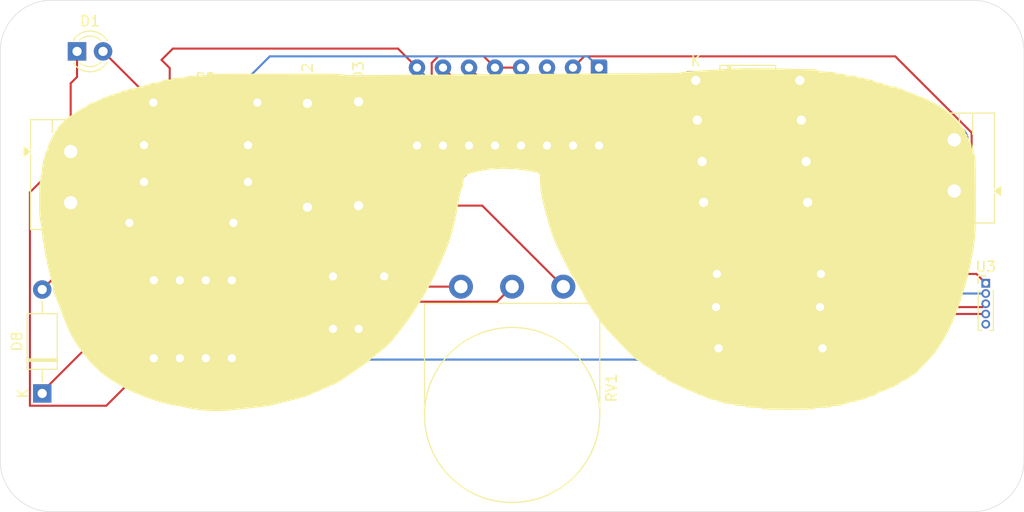
<source format=kicad_pcb>
(kicad_pcb (version 20241229) (generator "pcbnew") (generator_version "9.0")
  (layers (0 "F.Cu" signal) (2 "B.Cu" signal) (13 "F.Paste" user) (15 "B.Paste" user) (5 "F.SilkS" user "F.Silkscreen") (7 "B.SilkS" user "B.Silkscreen") (1 "F.Mask" user) (3 "B.Mask" user) (25 "Edge.Cuts" user))
  (net 0 "")
  (net 1 "Net-(U1-CV)")
  (net 2 "GND")
  (net 3 "Net-(U1-THR)")
  (net 4 "Net-(D1-A)")
  (net 5 "Net-(D2-A)")
  (net 6 "Net-(D2-K)")
  (net 7 "Net-(D3-K)")
  (net 8 "Net-(D4-K)")
  (net 9 "Net-(D6-K)")
  (net 10 "Net-(U1-Q)")
  (net 11 "Net-(U2-EN1,2)")
  (net 12 "Net-(U2-2A)")
  (net 13 "Net-(U2-1A)")
  (net 14 "Net-(U1-R)")
  (net 20 "+9V")
  (net 21 "VCC")
  (footprint "Capacitor_THT:C_Disc_D5.1mm_W3.2mm_P5.00mm" (layer "F.Cu") (at 67.5 72 180)
    (property "Reference" "C2" (at 7.21118 1.183229 0) (layer "F.SilkS"))
    (property "Value" "470p")
    (pad "1" thru_hole circle (at 0 0 180) (size 1.6 1.6) (drill 0.8) (layers "*.Cu" "*.Mask") (net 3 "Net-(U1-THR)"))
    (pad "2" thru_hole circle (at 5 0 180) (size 1.6 1.6) (drill 0.8) (layers "*.Cu" "*.Mask") (net 2 "GND"))
  )
  (footprint "Diode_THT:D_A-405_P10.16mm_Horizontal" (layer "F.Cu") (at 97.940739 52.838081)
    (property "Reference" "D6" (at -3.537034 0.450654 0) (layer "F.SilkS"))
    (property "Value" "4007")
    (fp_text user "K" (at 0 -1.9 0) (layer "F.SilkS"))
    (pad "1" thru_hole rect (at 0 0) (size 1.8 1.8) (drill 0.9) (layers "*.Cu" "*.Mask") (net 9 "Net-(D6-K)"))
    (pad "2" thru_hole oval (at 10.16 0) (size 1.8 1.8) (drill 0.9) (layers "*.Cu" "*.Mask") (net 2 "GND"))
  )
  (footprint "Package_DIP:DIP-8_W7.62mm_Socket_LongPads" (layer "F.Cu") (at 45 80 90)
    (property "Reference" "U1" (at 3.81 -2.33 90) (layer "F.SilkS"))
    (property "Value" "555")
    (pad "1" thru_hole roundrect (at 0 0 90) (size 2.4 1.6) (drill 0.8) (layers "*.Cu" "*.Mask") (roundrect_rratio 0.15625) (net 2 "GND"))
    (pad "2" thru_hole oval (at 0 2.54 90) (size 2.4 1.6) (drill 0.8) (layers "*.Cu" "*.Mask") (net 3 "Net-(U1-THR)"))
    (pad "3" thru_hole oval (at 0 5.08 90) (size 2.4 1.6) (drill 0.8) (layers "*.Cu" "*.Mask") (net 10 "Net-(U1-Q)"))
    (pad "4" thru_hole oval (at 0 7.62 90) (size 2.4 1.6) (drill 0.8) (layers "*.Cu" "*.Mask") (net 14 "Net-(U1-R)"))
    (pad "5" thru_hole oval (at 7.62 7.62 90) (size 2.4 1.6) (drill 0.8) (layers "*.Cu" "*.Mask") (net 1 "Net-(U1-CV)"))
    (pad "6" thru_hole oval (at 7.62 5.08 90) (size 2.4 1.6) (drill 0.8) (layers "*.Cu" "*.Mask") (net 3 "Net-(U1-THR)"))
    (pad "7" thru_hole oval (at 7.62 2.54 90) (size 2.4 1.6) (drill 0.8) (layers "*.Cu" "*.Mask") (net 6 "Net-(D2-K)"))
    (pad "8" thru_hole oval (at 7.62 0 90) (size 2.4 1.6) (drill 0.8) (layers "*.Cu" "*.Mask") (net 21 "VCC"))
  )
  (footprint "Diode_THT:D_A-405_P10.16mm_Horizontal" (layer "F.Cu") (at 108.247652 56.718072 180)
    (property "Reference" "D7" (at 14.12566 -0.299775 0) (layer "F.SilkS"))
    (property "Value" "4007")
    (fp_text user "K" (at 0 -1.9 0) (layer "F.SilkS"))
    (pad "1" thru_hole rect (at 0 0 180) (size 1.8 1.8) (drill 0.9) (layers "*.Cu" "*.Mask") (net 21 "VCC"))
    (pad "2" thru_hole oval (at 10.16 0 180) (size 1.8 1.8) (drill 0.9) (layers "*.Cu" "*.Mask") (net 9 "Net-(D6-K)"))
  )
  (footprint "Resistor_THT:R_Axial_DIN0207_L6.3mm_D2.5mm_P10.16mm_Horizontal" (layer "F.Cu") (at 99.92 75)
    (property "Reference" "R5" (at 13.001044 -0.096371 90) (layer "F.SilkS"))
    (property "Value" "470k")
    (pad "1" thru_hole circle (at 0 0) (size 1.6 1.6) (drill 0.8) (layers "*.Cu" "*.Mask") (net 2 "GND"))
    (pad "2" thru_hole oval (at 10.16 0) (size 1.6 1.6) (drill 0.8) (layers "*.Cu" "*.Mask") (net 12 "Net-(U2-2A)"))
  )
  (footprint "LED_THT:LED_D3.0mm_Clear" (layer "F.Cu") (at 37.5 50)
    (property "Reference" "D1" (at 1.27 -2.96 0) (layer "F.SilkS"))
    (property "Value" "LED")
    (pad "1" thru_hole rect (at 0 0) (size 1.8 1.8) (drill 0.9) (layers "*.Cu" "*.Mask") (net 2 "GND"))
    (pad "2" thru_hole circle (at 2.54 0) (size 1.8 1.8) (drill 0.9) (layers "*.Cu" "*.Mask") (net 4 "Net-(D1-A)"))
  )
  (footprint "Capacitor_THT:C_Disc_D5.0mm_W2.5mm_P2.50mm" (layer "F.Cu") (at 62.5 77.133326)
    (property "Reference" "C1" (at -2.673728 -0.951223 0) (layer "F.SilkS"))
    (property "Value" "100n")
    (pad "1" thru_hole circle (at 0 0) (size 1.6 1.6) (drill 0.8) (layers "*.Cu" "*.Mask") (net 1 "Net-(U1-CV)"))
    (pad "2" thru_hole circle (at 2.5 0) (size 1.6 1.6) (drill 0.8) (layers "*.Cu" "*.Mask") (net 2 "GND"))
  )
  (footprint "TerminalBlock:TerminalBlock_MaiXu_MX126-5.0-02P_1x02_P5.00mm" (layer "F.Cu") (at 123.185667 63.652775 90)
    (property "Reference" "M1" (at 2.25 -5.12 90) (layer "F.SilkS"))
    (property "Value" "Motorreductor")
    (pad "1" thru_hole roundrect (at 0 0 90) (size 2.8 2.8) (drill 1.3) (layers "*.Cu" "*.Mask") (roundrect_rratio 0.089286) (net 8 "Net-(D4-K)"))
    (pad "2" thru_hole circle (at 5 0 90) (size 2.8 2.8) (drill 1.3) (layers "*.Cu" "*.Mask") (net 9 "Net-(D6-K)"))
  )
  (footprint "Connector_PinHeader_1.00mm:PinHeader_1x05_P1.00mm_Vertical" (layer "F.Cu") (at 126.263446 72.673984)
    (property "Reference" "U3" (at 0 -1.61 0) (layer "F.SilkS"))
    (property "Value" "mst303")
    (pad "1" thru_hole rect (at 0 0) (size 0.85 0.85) (drill 0.5) (layers "*.Cu" "*.Mask") (net 13 "Net-(U2-1A)"))
    (pad "2" thru_hole circle (at 0 1) (size 0.85 0.85) (drill 0.5) (layers "*.Cu" "*.Mask") (net 21 "VCC"))
    (pad "3" thru_hole circle (at 0 2) (size 0.85 0.85) (drill 0.5) (layers "*.Cu" "*.Mask") (net 12 "Net-(U2-2A)"))
    (pad "4" thru_hole circle (at 0 3) (size 0.85 0.85) (drill 0.5) (layers "*.Cu" "*.Mask") (net 14 "Net-(U1-R)"))
    (pad "5" thru_hole circle (at 0 4) (size 0.85 0.85) (drill 0.5) (layers "*.Cu" "*.Mask") (net 21 "VCC"))
  )
  (footprint "Resistor_THT:R_Axial_DIN0207_L6.3mm_D2.5mm_P10.16mm_Horizontal" (layer "F.Cu") (at 42.619919 66.767498)
    (property "Reference" "R4" (at 12.08 -1 0) (layer "F.SilkS"))
    (property "Value" "100k")
    (pad "1" thru_hole circle (at 0 0) (size 1.6 1.6) (drill 0.8) (layers "*.Cu" "*.Mask") (net 11 "Net-(U2-EN1,2)"))
    (pad "2" thru_hole oval (at 10.16 0) (size 1.6 1.6) (drill 0.8) (layers "*.Cu" "*.Mask") (net 2 "GND"))
  )
  (footprint "Resistor_THT:R_Axial_DIN0207_L6.3mm_D2.5mm_P10.16mm_Horizontal" (layer "F.Cu") (at 44.956377 55)
    (property "Reference" "R2" (at 5.08 -2.37 0) (layer "F.SilkS"))
    (property "Value" "10k")
    (pad "1" thru_hole circle (at 0 0) (size 1.6 1.6) (drill 0.8) (layers "*.Cu" "*.Mask") (net 21 "VCC"))
    (pad "2" thru_hole oval (at 10.16 0) (size 1.6 1.6) (drill 0.8) (layers "*.Cu" "*.Mask") (net 6 "Net-(D2-K)"))
  )
  (footprint "Diode_THT:D_A-405_P10.16mm_Horizontal" (layer "F.Cu") (at 60 55.08 -90)
    (property "Reference" "D2" (at -3 0 90) (layer "F.SilkS"))
    (property "Value" "4007" (hide yes))
    (fp_text user "K" (at 0 -1.9 90) (layer "F.SilkS"))
    (pad "1" thru_hole rect (at 0 0 270) (size 1.8 1.8) (drill 0.9) (layers "*.Cu" "*.Mask") (net 6 "Net-(D2-K)"))
    (pad "2" thru_hole oval (at 10.16 0 270) (size 1.8 1.8) (drill 0.9) (layers "*.Cu" "*.Mask") (net 5 "Net-(D2-A)"))
  )
  (footprint "Package_DIP:DIP-16_W7.62mm" (layer "F.Cu") (at 88.487679 51.58666 -90)
    (property "Reference" "U2" (at 3.81 -2.33 90) (layer "F.SilkS"))
    (property "Value" "L293D")
    (pad "1" thru_hole roundrect (at 0 0 270) (size 1.6 1.6) (drill 0.8) (layers "*.Cu" "*.Mask") (roundrect_rratio 0.15625) (net 11 "Net-(U2-EN1,2)"))
    (pad "2" thru_hole circle (at 0 2.54 270) (size 1.6 1.6) (drill 0.8) (layers "*.Cu" "*.Mask") (net 13 "Net-(U2-1A)"))
    (pad "3" thru_hole circle (at 0 5.08 270) (size 1.6 1.6) (drill 0.8) (layers "*.Cu" "*.Mask") (net 8 "Net-(D4-K)"))
    (pad "4" thru_hole circle (at 0 7.62 270) (size 1.6 1.6) (drill 0.8) (layers "*.Cu" "*.Mask") (net 2 "GND"))
    (pad "5" thru_hole circle (at 0 10.16 270) (size 1.6 1.6) (drill 0.8) (layers "*.Cu" "*.Mask") (net 2 "GND"))
    (pad "6" thru_hole circle (at 0 12.7 270) (size 1.6 1.6) (drill 0.8) (layers "*.Cu" "*.Mask") (net 9 "Net-(D6-K)"))
    (pad "7" thru_hole circle (at 0 15.24 270) (size 1.6 1.6) (drill 0.8) (layers "*.Cu" "*.Mask") (net 12 "Net-(U2-2A)"))
    (pad "8" thru_hole circle (at 0 17.78 270) (size 1.6 1.6) (drill 0.8) (layers "*.Cu" "*.Mask") (net 21 "VCC"))
    (pad "9" thru_hole circle (at 7.62 17.78 270) (size 1.6 1.6) (drill 0.8) (layers "*.Cu" "*.Mask"))
    (pad "10" thru_hole circle (at 7.62 15.24 270) (size 1.6 1.6) (drill 0.8) (layers "*.Cu" "*.Mask"))
    (pad "11" thru_hole circle (at 7.62 12.7 270) (size 1.6 1.6) (drill 0.8) (layers "*.Cu" "*.Mask"))
    (pad "12" thru_hole circle (at 7.62 10.16 270) (size 1.6 1.6) (drill 0.8) (layers "*.Cu" "*.Mask") (net 2 "GND"))
    (pad "13" thru_hole circle (at 7.62 7.62 270) (size 1.6 1.6) (drill 0.8) (layers "*.Cu" "*.Mask") (net 2 "GND"))
    (pad "14" thru_hole circle (at 7.62 5.08 270) (size 1.6 1.6) (drill 0.8) (layers "*.Cu" "*.Mask"))
    (pad "15" thru_hole circle (at 7.62 2.54 270) (size 1.6 1.6) (drill 0.8) (layers "*.Cu" "*.Mask"))
    (pad "16" thru_hole circle (at 7.62 0 270) (size 1.6 1.6) (drill 0.8) (layers "*.Cu" "*.Mask") (net 21 "VCC"))
  )
  (footprint "Diode_THT:D_A-405_P10.16mm_Horizontal" (layer "F.Cu") (at 34.098243 83.445141 90)
    (property "Reference" "D8" (at 5.08 -2.47 90) (layer "F.SilkS"))
    (property "Value" "4007")
    (fp_text user "K" (at 0 -1.9 90) (layer "F.SilkS"))
    (pad "1" thru_hole rect (at 0 0 90) (size 1.8 1.8) (drill 0.9) (layers "*.Cu" "*.Mask") (net 21 "VCC"))
    (pad "2" thru_hole oval (at 10.16 0 90) (size 1.8 1.8) (drill 0.9) (layers "*.Cu" "*.Mask") (net 20 "+9V"))
  )
  (footprint "Diode_THT:D_A-405_P10.16mm_Horizontal" (layer "F.Cu") (at 98.704686 64.767418)
    (property "Reference" "D4" (at -3.704686 0.232582 0) (layer "F.SilkS"))
    (property "Value" "4007")
    (fp_text user "K" (at 0 -1.9 0) (layer "F.SilkS"))
    (pad "1" thru_hole rect (at 0 0) (size 1.8 1.8) (drill 0.9) (layers "*.Cu" "*.Mask") (net 8 "Net-(D4-K)"))
    (pad "2" thru_hole oval (at 10.16 0) (size 1.8 1.8) (drill 0.9) (layers "*.Cu" "*.Mask") (net 2 "GND"))
  )
  (footprint "Resistor_THT:R_Axial_DIN0207_L6.3mm_D2.5mm_P10.16mm_Horizontal" (layer "F.Cu") (at 100 71.760568)
    (property "Reference" "R6" (at 13.265488 0.30507 90) (layer "F.SilkS"))
    (property "Value" "470k")
    (pad "1" thru_hole circle (at 0 0) (size 1.6 1.6) (drill 0.8) (layers "*.Cu" "*.Mask") (net 2 "GND"))
    (pad "2" thru_hole oval (at 10.16 0) (size 1.6 1.6) (drill 0.8) (layers "*.Cu" "*.Mask") (net 13 "Net-(U2-1A)"))
  )
  (footprint "Resistor_THT:R_Axial_DIN0207_L6.3mm_D2.5mm_P10.16mm_Horizontal" (layer "F.Cu") (at 54.203208 59.171328 180)
    (property "Reference" "R1" (at 12.16 -1 0) (layer "F.SilkS"))
    (property "Value" "1k")
    (pad "1" thru_hole circle (at 0 0 180) (size 1.6 1.6) (drill 0.8) (layers "*.Cu" "*.Mask") (net 10 "Net-(U1-Q)"))
    (pad "2" thru_hole oval (at 10.16 0 180) (size 1.6 1.6) (drill 0.8) (layers "*.Cu" "*.Mask") (net 4 "Net-(D1-A)"))
  )
  (footprint "Resistor_THT:R_Axial_DIN0207_L6.3mm_D2.5mm_P10.16mm_Horizontal" (layer "F.Cu") (at 100.160018 79.032762)
    (property "Reference" "R7" (at -3.156105 -0.251262 90) (layer "F.SilkS"))
    (property "Value" "100k")
    (pad "1" thru_hole circle (at 0 0) (size 1.6 1.6) (drill 0.8) (layers "*.Cu" "*.Mask") (net 2 "GND"))
    (pad "2" thru_hole oval (at 10.16 0) (size 1.6 1.6) (drill 0.8) (layers "*.Cu" "*.Mask") (net 14 "Net-(U1-R)"))
  )
  (footprint "Diode_THT:D_A-405_P10.16mm_Horizontal" (layer "F.Cu") (at 108.724153 60.771384 180)
    (property "Reference" "D5" (at 13.944686 -0.232582 0) (layer "F.SilkS"))
    (property "Value" "4007")
    (fp_text user "K" (at 0 -1.9 0) (layer "F.SilkS"))
    (pad "1" thru_hole rect (at 0 0 180) (size 1.8 1.8) (drill 0.9) (layers "*.Cu" "*.Mask") (net 21 "VCC"))
    (pad "2" thru_hole oval (at 10.16 0 180) (size 1.8 1.8) (drill 0.9) (layers "*.Cu" "*.Mask") (net 8 "Net-(D4-K)"))
  )
  (footprint "TerminalBlock:TerminalBlock_MaiXu_MX126-5.0-02P_1x02_P5.00mm" (layer "F.Cu") (at 36.879044 59.794835 -90)
    (property "Reference" "J1" (at 2.25 -5.12 90) (layer "F.SilkS"))
    (property "Value" "Batería 9v")
    (pad "1" thru_hole roundrect (at 0 0 270) (size 2.8 2.8) (drill 1.3) (layers "*.Cu" "*.Mask") (roundrect_rratio 0.089286) (net 2 "GND"))
    (pad "2" thru_hole circle (at 5 0 270) (size 2.8 2.8) (drill 1.3) (layers "*.Cu" "*.Mask") (net 20 "+9V"))
  )
  (footprint "Resistor_THT:R_Axial_DIN0207_L6.3mm_D2.5mm_P10.16mm_Horizontal" (layer "F.Cu") (at 54.203208 62.767498 180)
    (property "Reference" "R3" (at 12.16 -1.1 0) (layer "F.SilkS"))
    (property "Value" "1k")
    (pad "1" thru_hole circle (at 0 0 180) (size 1.6 1.6) (drill 0.8) (layers "*.Cu" "*.Mask") (net 10 "Net-(U1-Q)"))
    (pad "2" thru_hole oval (at 10.16 0 180) (size 1.6 1.6) (drill 0.8) (layers "*.Cu" "*.Mask") (net 11 "Net-(U2-EN1,2)"))
  )
  (footprint "Potentiometer_THT:Potentiometer_Omeg_PC16BU_Vertical" (layer "F.Cu") (at 75 73 -90)
    (property "Reference" "RV1" (at 9.915 -14.7 270) (layer "F.SilkS"))
    (property "Value" "500k")
    (pad "1" thru_hole circle (at 0 0 270) (size 2.34 2.34) (drill 1.3) (layers "*.Cu" "*.Mask") (net 5 "Net-(D2-A)"))
    (pad "2" thru_hole circle (at 0 -5 270) (size 2.34 2.34) (drill 1.3) (layers "*.Cu" "*.Mask") (net 3 "Net-(U1-THR)"))
    (pad "3" thru_hole circle (at 0 -10 270) (size 2.34 2.34) (drill 1.3) (layers "*.Cu" "*.Mask") (net 7 "Net-(D3-K)"))
  )
  (footprint "Diode_THT:D_A-405_P10.16mm_Horizontal" (layer "F.Cu") (at 65 65.08 90)
    (property "Reference" "D3" (at 13.16 0 90) (layer "F.SilkS"))
    (property "Value" "4007")
    (fp_text user "K" (at 0 -1.9 90) (layer "F.SilkS"))
    (pad "1" thru_hole rect (at 0 0 90) (size 1.8 1.8) (drill 0.9) (layers "*.Cu" "*.Mask") (net 7 "Net-(D3-K)"))
    (pad "2" thru_hole oval (at 10.16 0 90) (size 1.8 1.8) (drill 0.9) (layers "*.Cu" "*.Mask") (net 6 "Net-(D2-K)"))
  )
  (gr_poly (pts (xy 106.112003 51.714905) (xy 109.629858 51.797187) (xy 109.889175 51.946038) (xy 109.93871 51.978424) (xy 110.148611 52.003611) (xy 110.406013 52.021603) (xy 110.701676 52.027598) (xy 110.998061 52.034558) (xy 111.257502 52.056026) (xy 111.466925 52.086132) (xy 111.523536 52.124274) (xy 111.571634 52.161819) (xy 111.690258 52.192522) (xy 111.840429 52.213873) (xy 112.007031 52.220949) (xy 112.173633 52.228028) (xy 112.323804 52.249377) (xy 112.442433 52.280082) (xy 112.490531 52.317625) (xy 112.541747 52.355406) (xy 112.685552 52.385992) (xy 112.866914 52.407343) (xy 113.070579 52.4143) (xy 113.274363 52.421379) (xy 113.45572 52.442725) (xy 113.599531 52.473194) (xy 113.650747 52.510973) (xy 113.697049 52.548519) (xy 113.80332 52.579343) (xy 113.937777 52.600694) (xy 114.08591 52.607771) (xy 114.234042 52.61485) (xy 114.368494 52.636077) (xy 114.47477 52.666904) (xy 114.521068 52.704446) (xy 114.564849 52.741748) (xy 114.657439 52.772694) (xy 114.774392 52.794046) (xy 114.901648 52.801122) (xy 115.033351 52.811799) (xy 115.163611 52.843702) (xy 115.274084 52.89048) (xy 115.342928 52.946137) (xy 115.411773 53.001788) (xy 115.522127 53.048568) (xy 115.652506 53.080472) (xy 115.784203 53.091146) (xy 115.911345 53.098342) (xy 116.028287 53.119574) (xy 116.121007 53.150517) (xy 116.164783 53.187822) (xy 116.203771 53.225004) (xy 116.274655 53.256192) (xy 116.362337 53.277421) (xy 116.454813 53.284617) (xy 116.547408 53.291693) (xy 116.63509 53.312922) (xy 116.705979 53.34411) (xy 116.744961 53.381292) (xy 116.791373 53.418716) (xy 116.899086 53.44954) (xy 117.035468 53.470891) (xy 117.185754 53.477968) (xy 117.331847 53.484927) (xy 117.454906 53.506395) (xy 117.542708 53.53722) (xy 117.566822 53.574643) (xy 117.584326 53.611704) (xy 117.636984 53.642891) (xy 117.714233 53.664242) (xy 117.805625 53.671319) (xy 117.92113 53.684631) (xy 118.075379 53.728171) (xy 118.239351 53.790663) (xy 118.388682 53.864667) (xy 118.530688 53.938796) (xy 118.672704 54.001285) (xy 118.79708 54.046265) (xy 118.872171 54.05814) (xy 118.947252 54.070013) (xy 119.071639 54.114874) (xy 119.213655 54.177485) (xy 119.355671 54.251489) (xy 119.495757 54.325496) (xy 119.632139 54.388107) (xy 119.749564 54.433805) (xy 119.813376 54.44484) (xy 120.039344 54.496658) (xy 120.869848 54.905668) (xy 121.669753 55.318036) (xy 121.949468 55.517143) (xy 122.032829 55.58779) (xy 122.119074 55.647641) (xy 122.196914 55.690222) (xy 122.248369 55.701859) (xy 122.405855 55.765909) (xy 123.10117 56.451992) (xy 123.787738 57.146947) (xy 123.851789 57.304195) (xy 123.8645 57.357449) (xy 123.908639 57.432055) (xy 123.971248 57.512417) (xy 124.045249 57.587384) (xy 124.119261 57.66751) (xy 124.181745 57.763342) (xy 124.224816 57.859896) (xy 124.238606 57.94074) (xy 124.245682 58.008988) (xy 124.267026 58.0668) (xy 124.29834 58.105544) (xy 124.335279 58.11922) (xy 124.372228 58.13385) (xy 124.403532 58.175951) (xy 124.424886 58.238562) (xy 124.431952 58.312568) (xy 124.439153 58.386575) (xy 124.460382 58.449186) (xy 124.491697 58.491284) (xy 124.528635 58.50592) (xy 124.565573 58.520555) (xy 124.597002 58.562772) (xy 124.618232 58.625383) (xy 124.625308 58.69939) (xy 124.632499 58.773394) (xy 124.653728 58.835889) (xy 124.685157 58.878106) (xy 124.722105 58.892741) (xy 124.759168 58.91265) (xy 124.790348 58.976221) (xy 124.811702 59.068098) (xy 124.818778 59.177128) (xy 124.825855 59.290356) (xy 124.847209 59.395426) (xy 124.87815 59.479267) (xy 124.915451 59.521248) (xy 124.952629 59.55939) (xy 124.983705 59.627039) (xy 125.004934 59.710399) (xy 125.012135 59.797721) (xy 125.020882 59.889359) (xy 125.047029 59.985674) (xy 125.08541 60.072033) (xy 125.130992 60.133324) (xy 125.194679 60.27726) (xy 125.224666 61.066254) (xy 125.245542 62.214963) (xy 125.251892 64.141149) (xy 125.246985 66.483904) (xy 125.220588 67.619176) (xy 125.158945 68.414889) (xy 125.039226 69.238788) (xy 124.746811 70.815817) (xy 124.524557 71.819153) (xy 124.240048 72.846598) (xy 123.70941 74.556886) (xy 123.367574 75.528316) (xy 122.939243 76.554915) (xy 122.4849 77.504758) (xy 122.066769 78.231139) (xy 121.898014 78.494175) (xy 121.726011 78.764531) (xy 121.573806 79.005866) (xy 121.475566 79.164427) (xy 121.133719 79.622614) (xy 120.27408 80.554584) (xy 119.334795 81.542569) (xy 119.163996 81.615372) (xy 119.108339 81.625572) (xy 119.04213 81.657478) (xy 118.976647 81.703656) (xy 118.922194 81.758467) (xy 118.778134 81.88741) (xy 118.526247 82.037213) (xy 118.265976 82.162435) (xy 118.105127 82.19554) (xy 118.053797 82.208743) (xy 117.987339 82.252395) (xy 117.918256 82.314884) (xy 117.856965 82.388891) (xy 117.79087 82.462898) (xy 117.707873 82.525512) (xy 117.621513 82.568333) (xy 117.545468 82.582367) (xy 117.479622 82.589438) (xy 117.423965 82.610667) (xy 117.386664 82.642096) (xy 117.373465 82.67904) (xy 117.36255 82.715864) (xy 117.331723 82.747293) (xy 117.285674 82.768522) (xy 117.231335 82.775718) (xy 117.155041 82.787593) (xy 117.029834 82.832573) (xy 116.887216 82.895062) (xy 116.744961 82.969069) (xy 116.603786 83.043076) (xy 116.464405 83.105684) (xy 116.343385 83.150903) (xy 116.273456 83.162534) (xy 116.112852 83.193839) (xy 115.844653 83.314745) (xy 115.586893 83.454722) (xy 115.484104 83.555358) (xy 115.449557 83.590139) (xy 115.390424 83.61928) (xy 115.318218 83.639196) (xy 115.243495 83.645915) (xy 115.149458 83.658625) (xy 115.011878 83.70277) (xy 114.859792 83.765259) (xy 114.714419 83.839266) (xy 114.558126 83.913387) (xy 114.372697 83.975881) (xy 114.187978 84.018822) (xy 114.034569 84.032731) (xy 113.906115 84.039688) (xy 113.797686 84.061161) (xy 113.721516 84.092102) (xy 113.699088 84.129409) (xy 113.675099 84.16683) (xy 113.587183 84.197657) (xy 113.464119 84.21913) (xy 113.318025 84.226082) (xy 113.167734 84.233164) (xy 113.031353 84.254512) (xy 112.923769 84.285339) (xy 112.877228 84.32276) (xy 112.838245 84.359943) (xy 112.767357 84.391122) (xy 112.679685 84.412352) (xy 112.587209 84.419433) (xy 112.494603 84.426629) (xy 112.406926 84.447858) (xy 112.336038 84.479048) (xy 112.29706 84.516231) (xy 112.245845 84.55401) (xy 112.102028 84.584474) (xy 111.920677 84.605827) (xy 111.717012 84.612899) (xy 111.513218 84.619861) (xy 111.331866 84.641209) (xy 111.18805 84.671798) (xy 111.136834 84.709582) (xy 111.080104 84.747719) (xy 110.87068 84.777825) (xy 110.611244 84.799179) (xy 110.31486 84.80625) (xy 110.018594 84.813212) (xy 109.759159 84.83468) (xy 109.54973 84.864791) (xy 109.492994 84.902928) (xy 109.41851 84.946834) (xy 108.782925 84.973936) (xy 107.984213 84.993603) (xy 106.924987 84.999601) (xy 105.848121 84.993847) (xy 105.067889 84.974538) (xy 104.459644 84.948027) (xy 104.416708 84.902928) (xy 104.383848 84.862986) (xy 104.200572 84.833487) (xy 103.955522 84.812854) (xy 103.648819 84.80625) (xy 103.350286 84.799179) (xy 103.08904 84.777825) (xy 102.87806 84.747719) (xy 102.82121 84.709582) (xy 102.769994 84.671798) (xy 102.626173 84.641209) (xy 102.444822 84.619861) (xy 102.241157 84.612899) (xy 102.037367 84.605827) (xy 101.856016 84.584474) (xy 101.7122 84.55401) (xy 101.660984 84.516231) (xy 101.611205 84.478447) (xy 101.480105 84.447858) (xy 101.314349 84.426515) (xy 101.129153 84.419433) (xy 100.943957 84.412476) (xy 100.778191 84.391122) (xy 100.64709 84.36042) (xy 100.597317 84.32276) (xy 100.558334 84.285578) (xy 100.487445 84.254512) (xy 100.399774 84.233278) (xy 100.307298 84.226082) (xy 100.214692 84.218886) (xy 100.12701 84.197657) (xy 100.056132 84.166597) (xy 100.017149 84.129409) (xy 99.976123 84.092102) (xy 99.89672 84.061161) (xy 99.797531 84.039813) (xy 99.691255 84.032731) (xy 99.559558 84.01834) (xy 99.377128 83.970242) (xy 99.179699 83.901397) (xy 98.995935 83.819951) (xy 98.825977 83.740066) (xy 98.670534 83.675777) (xy 98.54003 83.62924) (xy 98.490853 83.627803) (xy 98.441676 83.625163) (xy 98.309378 83.570948) (xy 98.151891 83.496942) (xy 97.979769 83.405425) (xy 97.803933 83.312348) (xy 97.635411 83.233781) (xy 97.491476 83.175727) (xy 97.418548 83.162534) (xy 97.334352 83.145139) (xy 97.050559 83.020399) (xy 96.715794 82.864235) (xy 96.342891 82.67904) (xy 95.971302 82.493725) (xy 95.640972 82.337561) (xy 95.359705 82.210891) (xy 95.287016 82.19554) (xy 95.237839 82.182233) (xy 95.176429 82.13869) (xy 95.114059 82.076195) (xy 95.059959 82.002194) (xy 94.999514 81.928187) (xy 94.918067 81.865579) (xy 94.829192 81.823001) (xy 94.746667 81.808724) (xy 94.672899 81.801647) (xy 94.610653 81.780413) (xy 94.568672 81.748994) (xy 94.554042 81.712045) (xy 94.539163 81.675107) (xy 94.496346 81.643802) (xy 94.432773 81.622568) (xy 94.357687 81.615372) (xy 94.278529 81.604815) (xy 94.20296 81.573874) (xy 94.142391 81.528053) (xy 94.107003 81.474083) (xy 94.07366 81.415905) (xy 94.018008 81.35809) (xy 93.950238 81.309276) (xy 93.88007 81.277847) (xy 93.795148 81.240909) (xy 93.676644 81.16906) (xy 93.548781 81.079702) (xy 93.429794 80.984222) (xy 93.315856 80.892831) (xy 93.203463 80.815582) (xy 93.105229 80.759095) (xy 93.049214 80.745295) (xy 92.993562 80.728984) (xy 92.895089 80.660015) (xy 92.782458 80.566221) (xy 92.668634 80.455032) (xy 92.55456 80.343968) (xy 92.441815 80.250164) (xy 92.342864 80.181438) (xy 92.28673 80.165008) (xy 92.091101 80.083323) (xy 90.669997 78.638468) (xy 89.384912 77.302172) (xy 88.780994 76.584305) (xy 88.264031 75.863559) (xy 87.734955 75.067488) (xy 87.279284 74.333668) (xy 87.036522 73.867081) (xy 86.928929 73.649984) (xy 86.745538 73.324334) (xy 86.529874 72.962098) (xy 86.309898 72.612345) (xy 86.079603 72.244952) (xy 85.832639 71.828746) (xy 85.605701 71.427891) (xy 85.441138 71.113639) (xy 85.279574 70.790624) (xy 85.060796 70.359067) (xy 84.826061 69.899442) (xy 84.610162 69.480476) (xy 84.256087 68.729022) (xy 83.94831 67.93127) (xy 83.634177 66.941609) (xy 83.252274 65.56453) (xy 83.007105 64.589738) (xy 82.860654 63.863477) (xy 82.783409 63.240363) (xy 82.75762 62.604181) (xy 82.739628 62.089138) (xy 82.649793 61.914858) (xy 82.442528 61.815789) (xy 81.602556 61.651703) (xy 80.338342 61.484619) (xy 79.00756 61.4394) (xy 77.727274 61.514486) (xy 76.617667 61.709995) (xy 75.834312 61.925535) (xy 75.460325 62.106415) (xy 75.279208 62.337903) (xy 75.215634 62.683464) (xy 75.205564 62.847067) (xy 75.175334 63.027345) (xy 75.131199 63.196707) (xy 75.078536 63.325166) (xy 75.018688 63.465621) (xy 74.950559 63.681643) (xy 74.886031 63.92633) (xy 74.835292 64.166456) (xy 74.560977 65.628218) (xy 74.378064 66.523125) (xy 74.209304 67.233314) (xy 74 68) (xy 73.751117 68.785156) (xy 73.467204 69.538405) (xy 73.06839 70.461623) (xy 72.426211 71.849498) (xy 71.757038 73.149577) (xy 70.885762 74.623572) (xy 69.944319 76.064344) (xy 69.058768 77.264269) (xy 68.379404 78.109402) (xy 68.002296 78.535559) (xy 67.631431 78.883404) (xy 67.037582 79.369051) (xy 66.698501 79.640487) (xy 66.31192 79.956181) (xy 65.938655 80.265997) (xy 65.643111 80.51692) (xy 63.011288 82.334438) (xy 59.841518 83.720637) (xy 56.199045 84.649007) (xy 52.154518 85.097239) (xy 51.01109 85.126385) (xy 50.042418 85.091117) (xy 49.129402 84.984732) (xy 48.15917 84.797861) (xy 47.929596 84.74928) (xy 47.598189 84.685712) (xy 47.2326 84.619503) (xy 46.88476 84.560251) (xy 45.633262 84.269744) (xy 44.12316 83.755303) (xy 42.661157 83.141305) (xy 41.564325 82.539664) (xy 41.269874 82.350873) (xy 40.982846 82.167955) (xy 40.736432 82.011792) (xy 40.599792 81.926626) (xy 40.006104 81.501781) (xy 39.352418 80.913702) (xy 38.694656 80.220177) (xy 38.086033 79.472209) (xy 37.459959 78.579341) (xy 36.958027 77.726295) (xy 36.52865 76.817957) (xy 36.122003 75.756686) (xy 35.9717 75.33952) (xy 35.796917 74.88169) (xy 35.624929 74.452291) (xy 35.48595 74.130122) (xy 35.370743 73.860124) (xy 35.273431 73.597445) (xy 35.202436 73.371711) (xy 35.185033 73.248408) (xy 35.171515 73.109391) (xy 35.099477 72.757718) (xy 35.00532 72.33899) (xy 34.893784 71.88392) (xy 34.637018 70.800943) (xy 34.412363 69.69985) (xy 34.233358 68.653817) (xy 34.115224 67.740082) (xy 34.073412 67.37713) (xy 34.022795 67.006381) (xy 33.971135 66.677613) (xy 33.927931 66.46447) (xy 33.850087 65.865351) (xy 33.833979 64.52809) (xy 33.849703 63.181713) (xy 33.92979 62.663075) (xy 33.973894 62.475602) (xy 34.027629 62.155706) (xy 34.080488 61.78532) (xy 34.124604 61.410129) (xy 34.168456 61.052578) (xy 34.220656 60.735805) (xy 34.274535 60.475404) (xy 34.316239 60.399722) (xy 34.35281 60.348262) (xy 34.383516 60.270541) (xy 34.404471 60.181422) (xy 34.411499 60.093864) (xy 34.422498 60.004143) (xy 34.455387 59.908788) (xy 34.503712 59.82219) (xy 34.560938 59.759337) (xy 34.614421 59.702366) (xy 34.652108 59.634234) (xy 34.669068 59.565748) (xy 34.661463 59.507816) (xy 34.666609 59.335336) (xy 34.975082 58.677318) (xy 35.294878 58.053488) (xy 35.517639 57.738873) (xy 35.57538 57.668225) (xy 35.624186 57.593741) (xy 35.658669 57.525854) (xy 35.668493 57.479074) (xy 35.717551 57.356254) (xy 36.08759 56.976986) (xy 36.460594 56.622311) (xy 36.708183 56.441077) (xy 36.80854 56.380025) (xy 36.966904 56.27855) (xy 37.146077 56.161366) (xy 37.32261 56.04334) (xy 37.514906 55.917995) (xy 37.742488 55.778623) (xy 37.968667 55.646682) (xy 38.155505 55.545329) (xy 38.323103 55.453333) (xy 38.489202 55.351021) (xy 38.631936 55.253385) (xy 38.718392 55.179737) (xy 38.790622 55.120607) (xy 38.879585 55.07047) (xy 38.970923 55.036164) (xy 39.04981 55.025013) (xy 39.149999 55.008577) (xy 39.336562 54.939849) (xy 39.553842 54.846056) (xy 39.777909 54.734986) (xy 40.002086 54.623919) (xy 40.219617 54.53012) (xy 40.406502 54.461392) (xy 40.507219 54.44484) (xy 40.579689 54.437764) (xy 40.650384 54.416412) (xy 40.709122 54.385228) (xy 40.744841 54.348165) (xy 40.783823 54.310982) (xy 40.854698 54.279917) (xy 40.942366 54.258687) (xy 41.034916 54.251489) (xy 41.127452 54.244293) (xy 41.215131 54.223064) (xy 41.286006 54.191998) (xy 41.324988 54.154816) (xy 41.363983 54.117634) (xy 41.434846 54.086565) (xy 41.522526 54.065214) (xy 41.615062 54.05814) (xy 41.707599 54.050942) (xy 41.795279 54.029713) (xy 41.866166 53.998525) (xy 41.905147 53.961465) (xy 41.947129 53.924161) (xy 42.03085 53.893095) (xy 42.13604 53.871866) (xy 42.249268 53.864667) (xy 42.358178 53.857713) (xy 42.450055 53.836362) (xy 42.513626 53.805177) (xy 42.533657 53.767994) (xy 42.557765 53.730568) (xy 42.645565 53.699744) (xy 42.768628 53.678393) (xy 42.91472 53.671319) (xy 43.06501 53.664242) (xy 43.201387 53.642891) (xy 43.309097 53.612184) (xy 43.355516 53.574643) (xy 43.399655 53.53722) (xy 43.493812 53.506395) (xy 43.612676 53.485044) (xy 43.742336 53.477968) (xy 43.871876 53.470891) (xy 43.990861 53.44954) (xy 44.085018 53.418596) (xy 44.129037 53.381292) (xy 44.16802 53.34411) (xy 44.238907 53.312922) (xy 44.326586 53.291693) (xy 44.419183 53.284617) (xy 44.51166 53.277421) (xy 44.59934 53.256192) (xy 44.670227 53.225004) (xy 44.709208 53.187822) (xy 44.757786 53.150281) (xy 44.879649 53.119574) (xy 45.033779 53.098225) (xy 45.205298 53.091146) (xy 45.391212 53.081074) (xy 45.560814 53.050965) (xy 45.69911 53.004906) (xy 45.786669 52.946137) (xy 45.87291 52.888081) (xy 46.009646 52.841902) (xy 46.17553 52.811314) (xy 46.354247 52.801122) (xy 46.52037 52.794046) (xy 46.67018 52.772694) (xy 46.788324 52.741989) (xy 46.836422 52.704446) (xy 46.890279 52.666424) (xy 47.059879 52.636077) (xy 47.272542 52.614728) (xy 47.513269 52.607771) (xy 47.753999 52.600694) (xy 47.966659 52.579343) (xy 48.13638 52.548999) (xy 48.190116 52.510973) (xy 48.25009 52.472232) (xy 48.510488 52.442489) (xy 48.831459 52.421257) (xy 49.205446 52.4143) (xy 49.579312 52.407465) (xy 49.900284 52.386236) (xy 50.160683 52.356485) (xy 50.220655 52.317625) (xy 50.376104 52.230905) (xy 56.655915 52.222508) (xy 62.693916 52.220833) (xy 63.41922 52.303111) (xy 64.027099 52.3698) (xy 80.094735 52.261732) (xy 96.327659 52.150662) (xy 96.582416 52.077255) (xy 96.670814 52.04739) (xy 97.162832 52.001331) (xy 97.739762 51.955514) (xy 98.403296 51.914254) (xy 99.118522 51.87311) (xy 99.852825 51.82813) (xy 100.506885 51.785553) (xy 100.935802 51.754246) (xy 102.896892 51.678081)) (stroke (width 0.086359)) (fill yes) (layer "F.SilkS"))
  (gr_poly (pts (xy 89.514575 53.811773) (xy 89.476672 53.836484) (xy 89.228982 53.931958) (xy 88.93944 54.039669) (xy 88.604073 54.159252) (xy 87.272571 54.776127) (xy 85.892612 55.714092) (xy 84.653944 56.82166) (xy 83.750404 57.951056) (xy 83.416837 58.496322) (xy 83.199979 58.928243) (xy 83.046088 59.358363) (xy 82.913908 59.891276) (xy 82.848057 60.171227) (xy 82.786289 60.342146) (xy 82.722596 60.432105) (xy 82.652434 60.450217) (xy 82.189686 60.351147) (xy 81.401412 60.242713) (xy 80.590826 60.155155) (xy 80.001896 60.123368) (xy 79.216621 60.132722) (xy 78.172865 60.18634) (xy 77.104523 60.258546) (xy 76.918129 60.31852) (xy 76.796144 60.367458) (xy 76.19702 60.493635) (xy 75.622248 60.606629) (xy 75.263976 60.659998) (xy 75.171977 60.659521) (xy 75.117399 60.631454) (xy 75.091376 60.573042) (xy 75.091973 60.473485) (xy 75.089576 60.385087) (xy 75.065224 60.29189) (xy 75.023964 60.207808) (xy 74.971067 60.147358) (xy 74.916614 60.085828) (xy 74.870674 59.998151) (xy 74.83937 59.899673) (xy 74.828812 59.805158) (xy 74.821736 59.714957) (xy 74.800507 59.629319) (xy 74.769322 59.55987) (xy 74.732139 59.521248) (xy 74.695076 59.484903) (xy 74.663891 59.423851) (xy 74.642662 59.349966) (xy 74.635461 59.273804) (xy 74.62839 59.201958) (xy 74.607036 59.141264) (xy 74.575732 59.100364) (xy 74.538788 59.086092) (xy 74.501725 59.066899) (xy 74.47054 59.007165) (xy 74.449192 58.920326) (xy 74.442115 58.817414) (xy 74.42844 58.700109) (xy 74.38802 58.584842) (xy 74.326008 58.483969) (xy 74.248645 58.409244) (xy 74.174763 58.346633) (xy 74.112149 58.274066) (xy 74.068845 58.202461) (xy 74.055294 58.144527) (xy 74.030946 58.069319) (xy 73.88713 57.879089) (xy 73.702178 57.656594) (xy 73.482918 57.416585) (xy 73.240152 57.155945) (xy 72.984073 56.871317) (xy 72.751495 56.604558) (xy 72.588494 56.406649) (xy 72.207789 55.995003) (xy 71.775871 55.656881) (xy 71.139447 55.282892) (xy 69.995535 54.70164) (xy 68.401235 53.913126) (xy 72.702801 53.86323) (xy 77.655903 53.81873) (xy 83.41072 53.791504) (xy 89.498498 53.773271)) (stroke (width 0.086359)) (fill no) (layer "F.SilkS"))
  (gr_arc (start 130 90) (mid 128.535534 93.535534) (end 125 95) (stroke (width 0.05)) (layer "Edge.Cuts"))
  (gr_arc (start 30 50) (mid 31.464466 46.464466) (end 35 45) (stroke (width 0.05)) (layer "Edge.Cuts"))
  (gr_arc (start 125 45) (mid 128.535534 46.464466) (end 130 50) (stroke (width 0.05)) (layer "Edge.Cuts"))
  (gr_line (start 30 90) (end 30 50) (stroke (width 0.05)) (layer "Edge.Cuts"))
  (gr_line (start 130 50) (end 130 90) (stroke (width 0.05)) (layer "Edge.Cuts"))
  (gr_arc (start 35 95) (mid 31.464466 93.535534) (end 30 90) (stroke (width 0.05)) (layer "Edge.Cuts"))
  (gr_line (start 35 45) (end 125 45) (stroke (width 0.05)) (layer "Edge.Cuts"))
  (gr_line (start 125 95) (end 35 95) (stroke (width 0.05)) (layer "Edge.Cuts"))
  (segment (start 57.373326 77.133326) (end 52.62 72.38) (width 0.2) (layer "F.Cu") (net 1))
  (segment (start 62.5 77.133326) (end 57.373326 77.133326) (width 0.2) (layer "F.Cu") (net 1))
  (segment (start 99.631131 72.129437) (end 99.631131 74.711131) (width 0.2) (layer "F.Cu") (net 2))
  (segment (start 99.631131 74.711131) (end 99.92 75) (width 0.2) (layer "F.Cu") (net 2))
  (segment (start 32.897243 84.646141) (end 40.353859 84.646141) (width 0.2) (layer "F.Cu") (net 2))
  (segment (start 37.5 52.5) (end 36.879044 53.120956) (width 0.2) (layer "F.Cu") (net 2))
  (segment (start 32.897243 63.776636) (end 32.897243 84.646141) (width 0.2) (layer "F.Cu") (net 2))
  (segment (start 72.791629 50.48566) (end 72.146679 51.13061) (width 0.2) (layer "F.Cu") (net 2))
  (segment (start 37.5 50) (end 37.5 52.5) (width 0.2) (layer "F.Cu") (net 2))
  (segment (start 93.421587 71.760568) (end 80.867679 59.20666) (width 0.2) (layer "F.Cu") (net 2))
  (segment (start 77.226679 50.48566) (end 72.791629 50.48566) (width 0.2) (layer "F.Cu") (net 2))
  (segment (start 74.938169 62.59617) (end 53.576711 62.59617) (width 0.2) (layer "F.Cu") (net 2))
  (segment (start 100 71.760568) (end 93.421587 71.760568) (width 0.2) (layer "F.Cu") (net 2))
  (segment (start 78.327679 59.20666) (end 74.938169 62.59617) (width 0.2) (layer "F.Cu") (net 2))
  (segment (start 53.576711 63.076711) (end 53.576711 62.59617) (width 0.2) (layer "F.Cu") (net 2))
  (segment (start 100.160018 79.032762) (end 100.160018 75.240018) (width 0.2) (layer "F.Cu") (net 2))
  (segment (start 100.160018 75.240018) (end 99.92 75) (width 0.2) (layer "F.Cu") (net 2))
  (segment (start 78.327679 51.58666) (end 80.867679 51.58666) (width 0.2) (layer "F.Cu") (net 2))
  (segment (start 72.146679 51.13061) (end 72.146679 53.02566) (width 0.2) (layer "F.Cu") (net 2))
  (segment (start 100 71.760568) (end 99.631131 72.129437) (width 0.2) (layer "F.Cu") (net 2))
  (segment (start 36.879044 53.120956) (end 36.879044 59.794835) (width 0.2) (layer "F.Cu") (net 2))
  (segment (start 72.146679 53.02566) (end 78.327679 59.20666) (width 0.2) (layer "F.Cu") (net 2))
  (segment (start 62.5 72) (end 53.576711 63.076711) (width 0.2) (layer "F.Cu") (net 2))
  (segment (start 65 74.5) (end 62.5 72) (width 0.2) (layer "F.Cu") (net 2))
  (segment (start 78.327679 51.58666) (end 77.226679 50.48566) (width 0.2) (layer "F.Cu") (net 2))
  (segment (start 78.327679 59.20666) (end 80.867679 59.20666) (width 0.2) (layer "F.Cu") (net 2))
  (segment (start 36.879044 59.794835) (end 32.897243 63.776636) (width 0.2) (layer "F.Cu") (net 2))
  (segment (start 65 77.133326) (end 65 74.5) (width 0.2) (layer "F.Cu") (net 2))
  (segment (start 40.353859 84.646141) (end 45 80) (width 0.2) (layer "F.Cu") (net 2))
  (segment (start 52.779919 59.037567) (end 53.747158 58.070328) (width 0.2) (layer "B.Cu") (net 2))
  (segment (start 48.979 70.568417) (end 48.979 76.021) (width 0.2) (layer "B.Cu") (net 2))
  (segment (start 107.046652 53.892168) (end 107.046652 62.949384) (width 0.2) (layer "B.Cu") (net 2))
  (segment (start 53.747158 58.070328) (end 54.659258 58.070328) (width 0.2) (layer "B.Cu") (net 2))
  (segment (start 48.979 76.021) (end 45 80) (width 0.2) (layer "B.Cu") (net 2))
  (segment (start 100 71.760568) (end 101.871536 71.760568) (width 0.2) (layer "B.Cu") (net 2))
  (segment (start 52.779919 66.767498) (end 52.779919 59.037567) (width 0.2) (layer "B.Cu") (net 2))
  (segment (start 108.100739 52.838081) (end 107.046652 53.892168) (width 0.2) (layer "B.Cu") (net 2))
  (segment (start 101.871536 71.760568) (end 108.864686 64.767418) (width 0.2) (layer "B.Cu") (net 2))
  (segment (start 52.779919 66.767498) (end 48.979 70.568417) (width 0.2) (layer "B.Cu") (net 2))
  (segment (start 107.046652 62.949384) (end 108.864686 64.767418) (width 0.2) (layer "B.Cu") (net 2))
  (segment (start 54.659258 58.070328) (end 62.5 65.91107) (width 0.2) (layer "B.Cu") (net 2))
  (segment (start 62.5 65.91107) (end 62.5 72) (width 0.2) (layer "B.Cu") (net 2))
  (segment (start 47.54 80) (end 47.54 74.92) (width 0.2) (layer "F.Cu") (net 3))
  (segment (start 67.5 72) (end 69.971 74.471) (width 0.2) (layer "F.Cu") (net 3))
  (segment (start 78.529 74.471) (end 80 73) (width 0.2) (layer "F.Cu") (net 3))
  (segment (start 47.54 74.92) (end 50.08 72.38) (width 0.2) (layer "F.Cu") (net 3))
  (segment (start 69.971 74.471) (end 78.529 74.471) (width 0.2) (layer "F.Cu") (net 3))
  (segment (start 51.181 79.4661) (end 51.181 80.856049) (width 0.2) (layer "B.Cu") (net 3))
  (segment (start 51.181 80.856049) (end 50.536049 81.501) (width 0.2) (layer "B.Cu") (net 3))
  (segment (start 50.536049 81.501) (end 49.623951 81.501) (width 0.2) (layer "B.Cu") (net 3))
  (segment (start 57.5461 73.101) (end 51.181 79.4661) (width 0.2) (layer "B.Cu") (net 3))
  (segment (start 66.399 73.101) (end 57.5461 73.101) (width 0.2) (layer "B.Cu") (net 3))
  (segment (start 48.979 80.856049) (end 48.979 79.143951) (width 0.2) (layer "B.Cu") (net 3))
  (segment (start 67.5 72) (end 66.399 73.101) (width 0.2) (layer "B.Cu") (net 3))
  (segment (start 48.979 79.143951) (end 50.08 78.042951) (width 0.2) (layer "B.Cu") (net 3))
  (segment (start 50.08 78.042951) (end 50.08 72.38) (width 0.2) (layer "B.Cu") (net 3))
  (segment (start 49.623951 81.501) (end 48.979 80.856049) (width 0.2) (layer "B.Cu") (net 3))
  (segment (start 44.84 54.8) (end 44.84 55) (width 0.2) (layer "F.Cu") (net 4))
  (segment (start 40.04 50) (end 44.84 54.8) (width 0.2) (layer "F.Cu") (net 4))
  (segment (start 60 65.24) (end 62.29705 65.24) (width 0.2) (layer "F.Cu") (net 5))
  (segment (start 70.05705 73) (end 75 73) (width 0.2) (layer "F.Cu") (net 5))
  (segment (start 62.29705 65.24) (end 70.05705 73) (width 0.2) (layer "F.Cu") (net 5))
  (segment (start 60 55.08) (end 64.84 55.08) (width 0.2) (layer "F.Cu") (net 6))
  (segment (start 64.84 55.08) (end 65 54.92) (width 0.2) (layer "F.Cu") (net 6))
  (segment (start 47.54 62.576377) (end 47.54 72.38) (width 0.2) (layer "B.Cu") (net 6))
  (segment (start 55.116377 55) (end 47.54 62.576377) (width 0.2) (layer "B.Cu") (net 6))
  (segment (start 77.08 65.08) (end 85 73) (width 0.2) (layer "F.Cu") (net 7))
  (segment (start 65 65.08) (end 77.08 65.08) (width 0.2) (layer "F.Cu") (net 7))
  (segment (start 123.185667 63.652775) (end 123.09931 63.566418) (width 0.2) (layer "F.Cu") (net 8))
  (segment (start 98.704686 60.911917) (end 98.564153 60.771384) (width 0.2) (layer "F.Cu") (net 8))
  (segment (start 99.905686 63.566418) (end 98.704686 64.767418) (width 0.2) (layer "F.Cu") (net 8))
  (segment (start 123.09931 63.566418) (end 99.905686 63.566418) (width 0.2) (layer "F.Cu") (net 8))
  (segment (start 98.704686 64.767418) (end 98.704686 60.911917) (width 0.2) (layer "F.Cu") (net 8))
  (segment (start 92.592403 60.771384) (end 98.564153 60.771384) (width 0.2) (layer "B.Cu") (net 8))
  (segment (start 83.407679 51.58666) (end 92.592403 60.771384) (width 0.2) (layer "B.Cu") (net 8))
  (segment (start 77.0391 52.838081) (end 75.787679 51.58666) (width 0.2) (layer "F.Cu") (net 9))
  (segment (start 97.940739 52.838081) (end 77.0391 52.838081) (width 0.2) (layer "F.Cu") (net 9))
  (segment (start 98.087652 52.984994) (end 97.940739 52.838081) (width 0.2) (layer "F.Cu") (net 9))
  (segment (start 123.185667 58.652775) (end 120.049964 55.517072) (width 0.2) (layer "F.Cu") (net 9))
  (segment (start 120.049964 55.517072) (end 99.288652 55.517072) (width 0.2) (layer "F.Cu") (net 9))
  (segment (start 98.087652 56.718072) (end 98.087652 52.984994) (width 0.2) (layer "F.Cu") (net 9))
  (segment (start 99.288652 55.517072) (end 98.087652 56.718072) (width 0.2) (layer "F.Cu") (net 9))
  (segment (start 54.203208 75.876792) (end 54.203208 62.767498) (width 0.2) (layer "B.Cu") (net 10))
  (segment (start 50.08 80) (end 54.203208 75.876792) (width 0.2) (layer "B.Cu") (net 10))
  (segment (start 54.203208 59.171328) (end 54.203208 62.767498) (width 0.2) (layer "B.Cu") (net 10))
  (segment (start 56.325046 50.48566) (end 44.043208 62.767498) (width 0.2) (layer "B.Cu") (net 11))
  (segment (start 42.619919 66.767498) (end 42.619919 64.190787) (width 0.2) (layer "B.Cu") (net 11))
  (segment (start 87.386679 50.48566) (end 56.325046 50.48566) (width 0.2) (layer "B.Cu") (net 11))
  (segment (start 88.487679 51.58666) (end 87.386679 50.48566) (width 0.2) (layer "B.Cu") (net 11))
  (segment (start 42.619919 64.190787) (end 44.043208 62.767498) (width 0.2) (layer "B.Cu") (net 11))
  (segment (start 87.386679 59.886679) (end 93.468418 65.968418) (width 0.2) (layer "F.Cu") (net 12))
  (segment (start 125.93743 75) (end 126.263446 74.673984) (width 0.2) (layer "F.Cu") (net 12))
  (segment (start 87.386679 58.75061) (end 87.386679 59.886679) (width 0.2) (layer "F.Cu") (net 12))
  (segment (start 93.468418 65.968418) (end 101.048418 65.968418) (width 0.2) (layer "F.Cu") (net 12))
  (segment (start 86.741729 58.10566) (end 87.386679 58.75061) (width 0.2) (layer "F.Cu") (net 12))
  (segment (start 101.048418 65.968418) (end 110.08 75) (width 0.2) (layer "F.Cu") (net 12))
  (segment (start 110.08 75) (end 125.93743 75) (width 0.2) (layer "F.Cu") (net 12))
  (segment (start 73.247679 51.58666) (end 79.766679 58.10566) (width 0.2) (layer "F.Cu") (net 12))
  (segment (start 79.766679 58.10566) (end 86.741729 58.10566) (width 0.2) (layer "F.Cu") (net 12))
  (segment (start 125.35003 71.760568) (end 126.263446 72.673984) (width 0.2) (layer "F.Cu") (net 13))
  (segment (start 87.048679 50.48566) (end 117.42413 50.48566) (width 0.2) (layer "F.Cu") (net 13))
  (segment (start 124.886667 57.948197) (end 124.886667 65.037935) (width 0.2) (layer "F.Cu") (net 13))
  (segment (start 124.886667 65.037935) (end 118.164034 71.760568) (width 0.2) (layer "F.Cu") (net 13))
  (segment (start 85.947679 51.58666) (end 87.048679 50.48566) (width 0.2) (layer "F.Cu") (net 13))
  (segment (start 117.42413 50.48566) (end 124.886667 57.948197) (width 0.2) (layer "F.Cu") (net 13))
  (segment (start 110.16 71.760568) (end 125.35003 71.760568) (width 0.2) (layer "F.Cu") (net 13))
  (segment (start 118.164034 71.760568) (end 110.16 71.760568) (width 0.2) (layer "F.Cu") (net 13))
  (segment (start 110.320018 79.032762) (end 113.678796 75.673984) (width 0.2) (layer "F.Cu") (net 14))
  (segment (start 113.678796 75.673984) (end 126.263446 75.673984) (width 0.2) (layer "F.Cu") (net 14))
  (segment (start 52.753762 80.133762) (end 109.219018 80.133762) (width 0.2) (layer "B.Cu") (net 14))
  (segment (start 52.62 80) (end 52.753762 80.133762) (width 0.2) (layer "B.Cu") (net 14))
  (segment (start 109.219018 80.133762) (end 110.320018 79.032762) (width 0.2) (layer "B.Cu") (net 14))
  (segment (start 36.879044 70.50434) (end 34.098243 73.285141) (width 0.2) (layer "F.Cu") (net 20))
  (segment (start 36.879044 64.794835) (end 36.879044 70.50434) (width 0.2) (layer "F.Cu") (net 20))
  (segment (start 46.553168 70.826832) (end 45 72.38) (width 0.2) (layer "F.Cu") (net 21))
  (segment (start 108.087652 56.558072) (end 108.247652 56.718072) (width 0.2) (layer "F.Cu") (net 21))
  (segment (start 46.854169 49.727672) (end 45.753169 50.828672) (width 0.2) (layer "F.Cu") (net 21))
  (segment (start 46.553168 51.628671) (end 46.553168 70.826832) (width 0.2) (layer "F.Cu") (net 21))
  (segment (start 68.848691 49.727672) (end 46.854169 49.727672) (width 0.2) (layer "F.Cu") (net 21))
  (segment (start 34.098243 83.281757) (end 45 72.38) (width 0.2) (layer "F.Cu") (net 21))
  (segment (start 108.724153 57.194573) (end 108.247652 56.718072) (width 0.2) (layer "F.Cu") (net 21))
  (segment (start 88.487679 59.20666) (end 99.20666 59.20666) (width 0.2) (layer "F.Cu") (net 21))
  (segment (start 101.695248 56.718072) (end 108.247652 56.718072) (width 0.2) (layer "F.Cu") (net 21))
  (segment (start 45.753169 50.828672) (end 46.553168 51.628671) (width 0.2) (layer "F.Cu") (net 21))
  (segment (start 34.098243 83.445141) (end 34.098243 83.281757) (width 0.2) (layer "F.Cu") (net 21))
  (segment (start 108.724153 60.771384) (end 108.724153 57.194573) (width 0.2) (layer "F.Cu") (net 21))
  (segment (start 70.707679 51.58666) (end 68.848691 49.727672) (width 0.2) (layer "F.Cu") (net 21))
  (segment (start 99.20666 59.20666) (end 101.695248 56.718072) (width 0.2) (layer "F.Cu") (net 21))
  (segment (start 121.626753 73.673984) (end 126.263446 73.673984) (width 0.2) (layer "B.Cu") (net 21))
  (segment (start 77.226679 58.10566) (end 87.386679 58.10566) (width 0.2) (layer "B.Cu") (net 21))
  (segment (start 41.518919 68.898919) (end 45 72.38) (width 0.2) (layer "B.Cu") (net 21))
  (segment (start 41.518919 58.437458) (end 41.518919 68.898919) (width 0.2) (layer "B.Cu") (net 21))
  (segment (start 87.386679 58.10566) (end 88.487679 59.20666) (width 0.2) (layer "B.Cu") (net 21))
  (segment (start 70.707679 51.58666) (end 77.226679 58.10566) (width 0.2) (layer "B.Cu") (net 21))
  (segment (start 108.724153 60.771384) (end 121.626753 73.673984) (width 0.2) (layer "B.Cu") (net 21))
  (segment (start 44.956377 55) (end 41.518919 58.437458) (width 0.2) (layer "B.Cu") (net 21))
)
</source>
